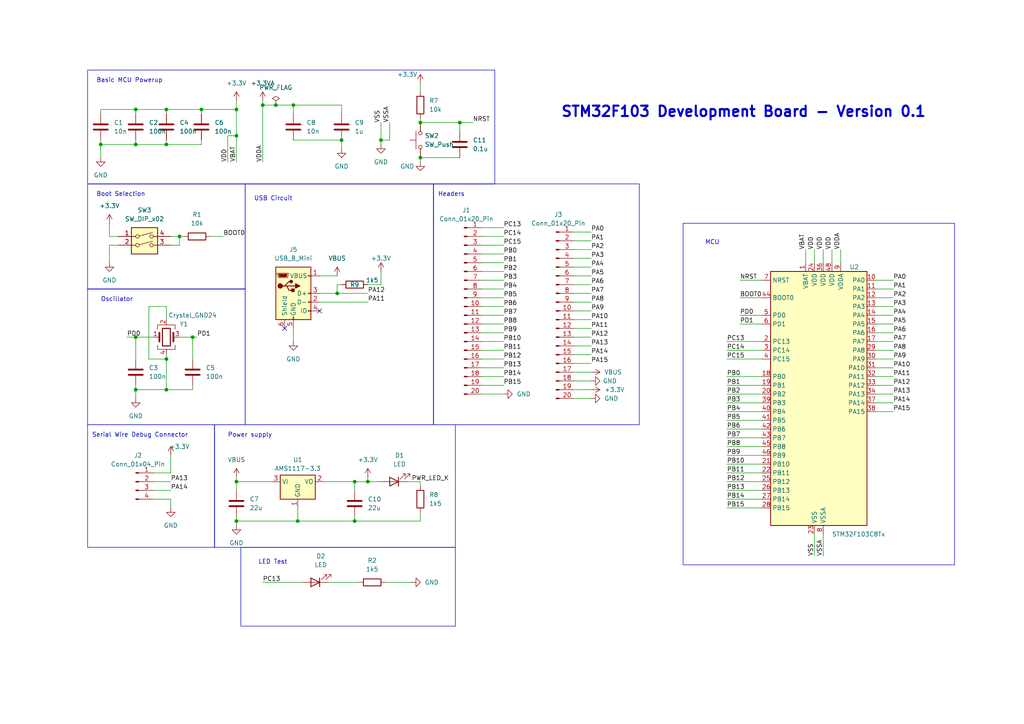
<source format=kicad_sch>
(kicad_sch (version 20230121) (generator eeschema)
  (paper "A4")
  (title_block (title "STM32F103 Development Board") (date "2023-06-25") (rev "0.1") (company "Janith Sinhapura"))
  (lib_symbols
    (symbol "Connector:Conn_01x04_Pin" (pin_names (offset 1.016) hide)
      (property "Reference" "J" (at 0 5.08 0))
      (property "Value" "Conn_01x04_Pin" (at 0 -7.62 0))
      (symbol "Conn_01x04_Pin_1_1"
        (polyline (pts (xy 1.27 -5.08) (xy 0.8636 -5.08)) (stroke (width 0.1524)))
        (polyline (pts (xy 1.27 -2.54) (xy 0.8636 -2.54)) (stroke (width 0.1524)))
        (polyline (pts (xy 1.27 0) (xy 0.8636 0)) (stroke (width 0.1524)))
        (polyline (pts (xy 1.27 2.54) (xy 0.8636 2.54)) (stroke (width 0.1524)))
        (rectangle (start 0.8636 -4.953) (end 0 -5.207) (stroke (width 0.1524)) (fill (type outline)))
        (rectangle (start 0.8636 -2.413) (end 0 -2.667) (stroke (width 0.1524)) (fill (type outline)))
        (rectangle (start 0.8636 0.127) (end 0 -0.127) (stroke (width 0.1524)) (fill (type outline)))
        (rectangle (start 0.8636 2.667) (end 0 2.413) (stroke (width 0.1524)) (fill (type outline)))
        (pin passive line (at 5.08 2.54 180) (length 3.81) (name "Pin_1") (number "1"))
        (pin passive line (at 5.08 0 180) (length 3.81) (name "Pin_2") (number "2"))
        (pin passive line (at 5.08 -2.54 180) (length 3.81) (name "Pin_3") (number "3"))
        (pin passive line (at 5.08 -5.08 180) (length 3.81) (name "Pin_4") (number "4"))
      )
    )
    (symbol "Connector:Conn_01x20_Pin" (pin_names (offset 1.016) hide)
      (property "Reference" "J" (at 0 25.4 0))
      (property "Value" "Conn_01x20_Pin" (at 0 -27.94 0))
      (symbol "Conn_01x20_Pin_1_1"
        (polyline (pts (xy 1.27 -25.4) (xy 0.8636 -25.4)) (stroke (width 0.1524)))
        (polyline (pts (xy 1.27 -22.86) (xy 0.8636 -22.86)) (stroke (width 0.1524)))
        (polyline (pts (xy 1.27 -20.32) (xy 0.8636 -20.32)) (stroke (width 0.1524)))
        (polyline (pts (xy 1.27 -17.78) (xy 0.8636 -17.78)) (stroke (width 0.1524)))
        (polyline (pts (xy 1.27 -15.24) (xy 0.8636 -15.24)) (stroke (width 0.1524)))
        (polyline (pts (xy 1.27 -12.7) (xy 0.8636 -12.7)) (stroke (width 0.1524)))
        (polyline (pts (xy 1.27 -10.16) (xy 0.8636 -10.16)) (stroke (width 0.1524)))
        (polyline (pts (xy 1.27 -7.62) (xy 0.8636 -7.62)) (stroke (width 0.1524)))
        (polyline (pts (xy 1.27 -5.08) (xy 0.8636 -5.08)) (stroke (width 0.1524)))
        (polyline (pts (xy 1.27 -2.54) (xy 0.8636 -2.54)) (stroke (width 0.1524)))
        (polyline (pts (xy 1.27 0) (xy 0.8636 0)) (stroke (width 0.1524)))
        (polyline (pts (xy 1.27 2.54) (xy 0.8636 2.54)) (stroke (width 0.1524)))
        (polyline (pts (xy 1.27 5.08) (xy 0.8636 5.08)) (stroke (width 0.1524)))
        (polyline (pts (xy 1.27 7.62) (xy 0.8636 7.62)) (stroke (width 0.1524)))
        (polyline (pts (xy 1.27 10.16) (xy 0.8636 10.16)) (stroke (width 0.1524)))
        (polyline (pts (xy 1.27 12.7) (xy 0.8636 12.7)) (stroke (width 0.1524)))
        (polyline (pts (xy 1.27 15.24) (xy 0.8636 15.24)) (stroke (width 0.1524)))
        (polyline (pts (xy 1.27 17.78) (xy 0.8636 17.78)) (stroke (width 0.1524)))
        (polyline (pts (xy 1.27 20.32) (xy 0.8636 20.32)) (stroke (width 0.1524)))
        (polyline (pts (xy 1.27 22.86) (xy 0.8636 22.86)) (stroke (width 0.1524)))
        (rectangle (start 0.8636 -25.273) (end 0 -25.527) (stroke (width 0.1524)) (fill (type outline)))
        (rectangle (start 0.8636 -22.733) (end 0 -22.987) (stroke (width 0.1524)) (fill (type outline)))
        (rectangle (start 0.8636 -20.193) (end 0 -20.447) (stroke (width 0.1524)) (fill (type outline)))
        (rectangle (start 0.8636 -17.653) (end 0 -17.907) (stroke (width 0.1524)) (fill (type outline)))
        (rectangle (start 0.8636 -15.113) (end 0 -15.367) (stroke (width 0.1524)) (fill (type outline)))
        (rectangle (start 0.8636 -12.573) (end 0 -12.827) (stroke (width 0.1524)) (fill (type outline)))
        (rectangle (start 0.8636 -10.033) (end 0 -10.287) (stroke (width 0.1524)) (fill (type outline)))
        (rectangle (start 0.8636 -7.493) (end 0 -7.747) (stroke (width 0.1524)) (fill (type outline)))
        (rectangle (start 0.8636 -4.953) (end 0 -5.207) (stroke (width 0.1524)) (fill (type outline)))
        (rectangle (start 0.8636 -2.413) (end 0 -2.667) (stroke (width 0.1524)) (fill (type outline)))
        (rectangle (start 0.8636 0.127) (end 0 -0.127) (stroke (width 0.1524)) (fill (type outline)))
        (rectangle (start 0.8636 2.667) (end 0 2.413) (stroke (width 0.1524)) (fill (type outline)))
        (rectangle (start 0.8636 5.207) (end 0 4.953) (stroke (width 0.1524)) (fill (type outline)))
        (rectangle (start 0.8636 7.747) (end 0 7.493) (stroke (width 0.1524)) (fill (type outline)))
        (rectangle (start 0.8636 10.287) (end 0 10.033) (stroke (width 0.1524)) (fill (type outline)))
        (rectangle (start 0.8636 12.827) (end 0 12.573) (stroke (width 0.1524)) (fill (type outline)))
        (rectangle (start 0.8636 15.367) (end 0 15.113) (stroke (width 0.1524)) (fill (type outline)))
        (rectangle (start 0.8636 17.907) (end 0 17.653) (stroke (width 0.1524)) (fill (type outline)))
        (rectangle (start 0.8636 20.447) (end 0 20.193) (stroke (width 0.1524)) (fill (type outline)))
        (rectangle (start 0.8636 22.987) (end 0 22.733) (stroke (width 0.1524)) (fill (type outline)))
        (pin passive line (at 5.08 22.86 180) (length 3.81) (name "Pin_1") (number "1"))
        (pin passive line (at 5.08 0 180) (length 3.81) (name "Pin_10") (number "10"))
        (pin passive line (at 5.08 -2.54 180) (length 3.81) (name "Pin_11") (number "11"))
        (pin passive line (at 5.08 -5.08 180) (length 3.81) (name "Pin_12") (number "12"))
        (pin passive line (at 5.08 -7.62 180) (length 3.81) (name "Pin_13") (number "13"))
        (pin passive line (at 5.08 -10.16 180) (length 3.81) (name "Pin_14") (number "14"))
        (pin passive line (at 5.08 -12.7 180) (length 3.81) (name "Pin_15") (number "15"))
        (pin passive line (at 5.08 -15.24 180) (length 3.81) (name "Pin_16") (number "16"))
        (pin passive line (at 5.08 -17.78 180) (length 3.81) (name "Pin_17") (number "17"))
        (pin passive line (at 5.08 -20.32 180) (length 3.81) (name "Pin_18") (number "18"))
        (pin passive line (at 5.08 -22.86 180) (length 3.81) (name "Pin_19") (number "19"))
        (pin passive line (at 5.08 20.32 180) (length 3.81) (name "Pin_2") (number "2"))
        (pin passive line (at 5.08 -25.4 180) (length 3.81) (name "Pin_20") (number "20"))
        (pin passive line (at 5.08 17.78 180) (length 3.81) (name "Pin_3") (number "3"))
        (pin passive line (at 5.08 15.24 180) (length 3.81) (name "Pin_4") (number "4"))
        (pin passive line (at 5.08 12.7 180) (length 3.81) (name "Pin_5") (number "5"))
        (pin passive line (at 5.08 10.16 180) (length 3.81) (name "Pin_6") (number "6"))
        (pin passive line (at 5.08 7.62 180) (length 3.81) (name "Pin_7") (number "7"))
        (pin passive line (at 5.08 5.08 180) (length 3.81) (name "Pin_8") (number "8"))
        (pin passive line (at 5.08 2.54 180) (length 3.81) (name "Pin_9") (number "9"))
      )
    )
    (symbol "Connector:USB_B_Mini" (pin_names (offset 1.016))
      (property "Reference" "J" (at -5.08 11.43 0))
      (property "Value" "USB_B_Mini" (at -5.08 8.89 0))
      (symbol "USB_B_Mini_0_1"
        (rectangle (start -5.08 -7.62) (end 5.08 7.62) (stroke (width 0.254)) (fill (type background)))
        (circle (center -3.81 2.159) (radius 0.635) (stroke (width 0.254)) (fill (type outline)))
        (circle (center -0.635 3.429) (radius 0.381) (stroke (width 0.254)) (fill (type outline)))
        (rectangle (start -0.127 -7.62) (end 0.127 -6.858))
        (polyline (pts (xy -1.905 2.159) (xy 0.635 2.159)) (stroke (width 0.254)))
        (polyline (pts (xy -3.175 2.159) (xy -2.54 2.159) (xy -1.27 3.429) (xy -0.635 3.429)) (stroke (width 0.254)))
        (polyline (pts (xy -2.54 2.159) (xy -1.905 2.159) (xy -1.27 0.889) (xy 0 0.889)) (stroke (width 0.254)))
        (polyline (pts (xy 0.635 2.794) (xy 0.635 1.524) (xy 1.905 2.159) (xy 0.635 2.794)) (stroke (width 0.254)) (fill (type outline)))
        (polyline (pts (xy -4.318 5.588) (xy -1.778 5.588) (xy -2.032 4.826) (xy -4.064 4.826) (xy -4.318 5.588)) (fill (type outline)))
        (polyline (pts (xy -4.699 5.842) (xy -4.699 5.588) (xy -4.445 4.826) (xy -4.445 4.572) (xy -1.651 4.572) (xy -1.651 4.826) (xy -1.397 5.588) (xy -1.397 5.842) (xy -4.699 5.842)))
        (rectangle (start 0.254 1.27) (end -0.508 0.508) (stroke (width 0.254)) (fill (type outline)))
        (rectangle (start 5.08 -5.207) (end 4.318 -4.953))
        (rectangle (start 5.08 -2.667) (end 4.318 -2.413))
        (rectangle (start 5.08 -0.127) (end 4.318 0.127))
        (rectangle (start 5.08 4.953) (end 4.318 5.207))
      )
      (symbol "USB_B_Mini_1_1"
        (pin power_out line (at 7.62 5.08 180) (length 2.54) (name "VBUS") (number "1"))
        (pin bidirectional line (at 7.62 -2.54 180) (length 2.54) (name "D-") (number "2"))
        (pin bidirectional line (at 7.62 0 180) (length 2.54) (name "D+") (number "3"))
        (pin passive line (at 7.62 -5.08 180) (length 2.54) (name "ID") (number "4"))
        (pin power_out line (at 0 -10.16 90) (length 2.54) (name "GND") (number "5"))
        (pin passive line (at -2.54 -10.16 90) (length 2.54) (name "Shield") (number "6"))
      )
    )
    (symbol "Device:C" (pin_numbers hide) (pin_names (offset 0.254))
      (property "Reference" "C" (at 0.635 2.54 0))
      (property "Value" "C" (at 0.635 -2.54 0))
      (symbol "C_0_1"
        (polyline (pts (xy -2.032 -0.762) (xy 2.032 -0.762)) (stroke (width 0.508)))
        (polyline (pts (xy -2.032 0.762) (xy 2.032 0.762)) (stroke (width 0.508)))
      )
      (symbol "C_1_1"
        (pin passive line (at 0 3.81 270) (length 2.794) (name "~") (number "1"))
        (pin passive line (at 0 -3.81 90) (length 2.794) (name "~") (number "2"))
      )
    )
    (symbol "Device:Crystal_GND24" (pin_names (offset 1.016) hide)
      (property "Reference" "Y" (at 3.175 5.08 0))
      (property "Value" "Crystal_GND24" (at 3.175 3.175 0))
      (symbol "Crystal_GND24_0_1"
        (rectangle (start -1.143 2.54) (end 1.143 -2.54) (stroke (width 0.3048)))
        (polyline (pts (xy -2.54 0) (xy -2.032 0)))
        (polyline (pts (xy -2.032 -1.27) (xy -2.032 1.27)) (stroke (width 0.508)))
        (polyline (pts (xy 0 -3.81) (xy 0 -3.556)))
        (polyline (pts (xy 0 3.556) (xy 0 3.81)))
        (polyline (pts (xy 2.032 -1.27) (xy 2.032 1.27)) (stroke (width 0.508)))
        (polyline (pts (xy 2.032 0) (xy 2.54 0)))
        (polyline (pts (xy -2.54 -2.286) (xy -2.54 -3.556) (xy 2.54 -3.556) (xy 2.54 -2.286)))
        (polyline (pts (xy -2.54 2.286) (xy -2.54 3.556) (xy 2.54 3.556) (xy 2.54 2.286)))
      )
      (symbol "Crystal_GND24_1_1"
        (pin passive line (at -3.81 0 0) (length 1.27) (name "1") (number "1"))
        (pin passive line (at 0 5.08 270) (length 1.27) (name "2") (number "2"))
        (pin passive line (at 3.81 0 180) (length 1.27) (name "3") (number "3"))
        (pin passive line (at 0 -5.08 90) (length 1.27) (name "4") (number "4"))
      )
    )
    (symbol "Device:LED" (pin_numbers hide) (pin_names (offset 1.016) hide)
      (property "Reference" "D" (at 0 2.54 0))
      (property "Value" "LED" (at 0 -2.54 0))
      (symbol "LED_0_1"
        (polyline (pts (xy -1.27 -1.27) (xy -1.27 1.27)) (stroke (width 0.254)))
        (polyline (pts (xy -1.27 0) (xy 1.27 0)))
        (polyline (pts (xy 1.27 -1.27) (xy 1.27 1.27) (xy -1.27 0) (xy 1.27 -1.27)) (stroke (width 0.254)))
        (polyline (pts (xy -3.048 -0.762) (xy -4.572 -2.286) (xy -3.81 -2.286) (xy -4.572 -2.286) (xy -4.572 -1.524)))
        (polyline (pts (xy -1.778 -0.762) (xy -3.302 -2.286) (xy -2.54 -2.286) (xy -3.302 -2.286) (xy -3.302 -1.524)))
      )
      (symbol "LED_1_1"
        (pin passive line (at -3.81 0 0) (length 2.54) (name "K") (number "1"))
        (pin passive line (at 3.81 0 180) (length 2.54) (name "A") (number "2"))
      )
    )
    (symbol "Device:R" (pin_numbers hide) (pin_names (offset 0))
      (property "Reference" "R" (at 2.032 0 90))
      (property "Value" "R" (at 0 0 90))
      (symbol "R_0_1"
        (rectangle (start -1.016 -2.54) (end 1.016 2.54) (stroke (width 0.254)))
      )
      (symbol "R_1_1"
        (pin passive line (at 0 3.81 270) (length 1.27) (name "~") (number "1"))
        (pin passive line (at 0 -3.81 90) (length 1.27) (name "~") (number "2"))
      )
    )
    (symbol "MCU_ST_STM32F1:STM32F103C8Tx"
      (property "Reference" "U" (at -12.7 39.37 0))
      (property "Value" "STM32F103C8Tx" (at 10.16 39.37 0))
      (symbol "STM32F103C8Tx_0_1"
        (rectangle (start -12.7 -35.56) (end 15.24 38.1) (stroke (width 0.254)) (fill (type background)))
      )
      (symbol "STM32F103C8Tx_1_1"
        (pin power_in line (at -2.54 40.64 270) (length 2.54) (name "VBAT") (number "1"))
        (pin bidirectional line (at 17.78 35.56 180) (length 2.54) (name "PA0") (number "10"))
        (pin bidirectional line (at 17.78 33.02 180) (length 2.54) (name "PA1") (number "11"))
        (pin bidirectional line (at 17.78 30.48 180) (length 2.54) (name "PA2") (number "12"))
        (pin bidirectional line (at 17.78 27.94 180) (length 2.54) (name "PA3") (number "13"))
        (pin bidirectional line (at 17.78 25.4 180) (length 2.54) (name "PA4") (number "14"))
        (pin bidirectional line (at 17.78 22.86 180) (length 2.54) (name "PA5") (number "15"))
        (pin bidirectional line (at 17.78 20.32 180) (length 2.54) (name "PA6") (number "16"))
        (pin bidirectional line (at 17.78 17.78 180) (length 2.54) (name "PA7") (number "17"))
        (pin bidirectional line (at -15.24 7.62 0) (length 2.54) (name "PB0") (number "18"))
        (pin bidirectional line (at -15.24 5.08 0) (length 2.54) (name "PB1") (number "19"))
        (pin bidirectional line (at -15.24 17.78 0) (length 2.54) (name "PC13") (number "2"))
        (pin bidirectional line (at -15.24 2.54 0) (length 2.54) (name "PB2") (number "20"))
        (pin bidirectional line (at -15.24 -17.78 0) (length 2.54) (name "PB10") (number "21"))
        (pin bidirectional line (at -15.24 -20.32 0) (length 2.54) (name "PB11") (number "22"))
        (pin power_in line (at 0 -38.1 90) (length 2.54) (name "VSS") (number "23"))
        (pin power_in line (at 0 40.64 270) (length 2.54) (name "VDD") (number "24"))
        (pin bidirectional line (at -15.24 -22.86 0) (length 2.54) (name "PB12") (number "25"))
        (pin bidirectional line (at -15.24 -25.4 0) (length 2.54) (name "PB13") (number "26"))
        (pin bidirectional line (at -15.24 -27.94 0) (length 2.54) (name "PB14") (number "27"))
        (pin bidirectional line (at -15.24 -30.48 0) (length 2.54) (name "PB15") (number "28"))
        (pin bidirectional line (at 17.78 15.24 180) (length 2.54) (name "PA8") (number "29"))
        (pin bidirectional line (at -15.24 15.24 0) (length 2.54) (name "PC14") (number "3"))
        (pin bidirectional line (at 17.78 12.7 180) (length 2.54) (name "PA9") (number "30"))
        (pin bidirectional line (at 17.78 10.16 180) (length 2.54) (name "PA10") (number "31"))
        (pin bidirectional line (at 17.78 7.62 180) (length 2.54) (name "PA11") (number "32"))
        (pin bidirectional line (at 17.78 5.08 180) (length 2.54) (name "PA12") (number "33"))
        (pin bidirectional line (at 17.78 2.54 180) (length 2.54) (name "PA13") (number "34"))
        (pin passive line (at 0 -38.1 90) (length 2.54) hide (name "VSS") (number "35"))
        (pin power_in line (at 2.54 40.64 270) (length 2.54) (name "VDD") (number "36"))
        (pin bidirectional line (at 17.78 0 180) (length 2.54) (name "PA14") (number "37"))
        (pin bidirectional line (at 17.78 -2.54 180) (length 2.54) (name "PA15") (number "38"))
        (pin bidirectional line (at -15.24 0 0) (length 2.54) (name "PB3") (number "39"))
        (pin bidirectional line (at -15.24 12.7 0) (length 2.54) (name "PC15") (number "4"))
        (pin bidirectional line (at -15.24 -2.54 0) (length 2.54) (name "PB4") (number "40"))
        (pin bidirectional line (at -15.24 -5.08 0) (length 2.54) (name "PB5") (number "41"))
        (pin bidirectional line (at -15.24 -7.62 0) (length 2.54) (name "PB6") (number "42"))
        (pin bidirectional line (at -15.24 -10.16 0) (length 2.54) (name "PB7") (number "43"))
        (pin input line (at -15.24 30.48 0) (length 2.54) (name "BOOT0") (number "44"))
        (pin bidirectional line (at -15.24 -12.7 0) (length 2.54) (name "PB8") (number "45"))
        (pin bidirectional line (at -15.24 -15.24 0) (length 2.54) (name "PB9") (number "46"))
        (pin passive line (at 0 -38.1 90) (length 2.54) hide (name "VSS") (number "47"))
        (pin power_in line (at 5.08 40.64 270) (length 2.54) (name "VDD") (number "48"))
        (pin bidirectional line (at -15.24 25.4 0) (length 2.54) (name "PD0") (number "5"))
        (pin bidirectional line (at -15.24 22.86 0) (length 2.54) (name "PD1") (number "6"))
        (pin input line (at -15.24 35.56 0) (length 2.54) (name "NRST") (number "7"))
        (pin power_in line (at 2.54 -38.1 90) (length 2.54) (name "VSSA") (number "8"))
        (pin power_in line (at 7.62 40.64 270) (length 2.54) (name "VDDA") (number "9"))
      )
    )
    (symbol "Regulator_Linear:AMS1117-3.3"
      (property "Reference" "U" (at -3.81 3.175 0))
      (property "Value" "AMS1117-3.3" (at 0 3.175 0))
      (symbol "AMS1117-3.3_0_1"
        (rectangle (start -5.08 -5.08) (end 5.08 1.905) (stroke (width 0.254)) (fill (type background)))
      )
      (symbol "AMS1117-3.3_1_1"
        (pin power_in line (at 0 -7.62 90) (length 2.54) (name "GND") (number "1"))
        (pin power_out line (at 7.62 0 180) (length 2.54) (name "VO") (number "2"))
        (pin power_in line (at -7.62 0 0) (length 2.54) (name "VI") (number "3"))
      )
    )
    (symbol "Switch:SW_DIP_x02" (pin_names (offset 0) hide)
      (property "Reference" "SW" (at 0 6.35 0))
      (property "Value" "SW_DIP_x02" (at 0 -3.81 0))
      (symbol "SW_DIP_x02_0_0"
        (circle (center -2.032 0) (radius 0.508))
        (circle (center -2.032 2.54) (radius 0.508))
        (polyline (pts (xy -1.524 0.127) (xy 2.3622 1.1684)))
        (polyline (pts (xy -1.524 2.667) (xy 2.3622 3.7084)))
        (circle (center 2.032 0) (radius 0.508))
        (circle (center 2.032 2.54) (radius 0.508))
      )
      (symbol "SW_DIP_x02_0_1"
        (rectangle (start -3.81 5.08) (end 3.81 -2.54) (stroke (width 0.254)) (fill (type background)))
      )
      (symbol "SW_DIP_x02_1_1"
        (pin passive line (at -7.62 2.54 0) (length 5.08) (name "~") (number "1"))
        (pin passive line (at -7.62 0 0) (length 5.08) (name "~") (number "2"))
        (pin passive line (at 7.62 0 180) (length 5.08) (name "~") (number "3"))
        (pin passive line (at 7.62 2.54 180) (length 5.08) (name "~") (number "4"))
      )
    )
    (symbol "Switch:SW_Push" (pin_numbers hide) (pin_names (offset 1.016) hide)
      (property "Reference" "SW" (at 1.27 2.54 0))
      (property "Value" "SW_Push" (at 0 -1.524 0))
      (symbol "SW_Push_0_1"
        (circle (center -2.032 0) (radius 0.508))
        (polyline (pts (xy 0 1.27) (xy 0 3.048)))
        (polyline (pts (xy 2.54 1.27) (xy -2.54 1.27)))
        (circle (center 2.032 0) (radius 0.508))
        (pin passive line (at -5.08 0 0) (length 2.54) (name "1") (number "1"))
        (pin passive line (at 5.08 0 180) (length 2.54) (name "2") (number "2"))
      )
    )
    (symbol "power:+3.3V" (power) (pin_names (offset 0))
      (property "Value" "+3.3V" (at 0 3.556 0))
      (symbol "+3.3V_0_1"
        (polyline (pts (xy -0.762 1.27) (xy 0 2.54)))
        (polyline (pts (xy 0 0) (xy 0 2.54)))
        (polyline (pts (xy 0 2.54) (xy 0.762 1.27)))
      )
      (symbol "+3.3V_1_1"
        (pin power_in line (at 0 0 90) (length 0) hide (name "+3.3V") (number "1"))
      )
    )
    (symbol "power:+3.3VA" (power) (pin_names (offset 0))
      (property "Value" "+3.3VA" (at 0 3.556 0))
      (symbol "+3.3VA_0_1"
        (polyline (pts (xy -0.762 1.27) (xy 0 2.54)))
        (polyline (pts (xy 0 0) (xy 0 2.54)))
        (polyline (pts (xy 0 2.54) (xy 0.762 1.27)))
      )
      (symbol "+3.3VA_1_1"
        (pin power_in line (at 0 0 90) (length 0) hide (name "+3.3VA") (number "1"))
      )
    )
    (symbol "power:GND" (power) (pin_names (offset 0))
      (property "Value" "GND" (at 0 -3.81 0))
      (symbol "GND_0_1"
        (polyline (pts (xy 0 0) (xy 0 -1.27) (xy 1.27 -1.27) (xy 0 -2.54) (xy -1.27 -1.27) (xy 0 -1.27)))
      )
      (symbol "GND_1_1"
        (pin power_in line (at 0 0 270) (length 0) hide (name "GND") (number "1"))
      )
    )
    (symbol "power:PWR_FLAG" (power) (pin_numbers hide) (pin_names (offset 0) hide)
      (property "Value" "PWR_FLAG" (at 0 3.81 0))
      (symbol "PWR_FLAG_0_0"
        (pin power_out line (at 0 0 90) (length 0) (name "pwr") (number "1"))
      )
      (symbol "PWR_FLAG_0_1"
        (polyline (pts (xy 0 0) (xy 0 1.27) (xy -1.016 1.905) (xy 0 2.54) (xy 1.016 1.905) (xy 0 1.27)))
      )
    )
    (symbol "power:VBUS" (power) (pin_names (offset 0))
      (property "Value" "VBUS" (at 0 3.81 0))
      (symbol "VBUS_0_1"
        (polyline (pts (xy -0.762 1.27) (xy 0 2.54)))
        (polyline (pts (xy 0 0) (xy 0 2.54)))
        (polyline (pts (xy 0 2.54) (xy 0.762 1.27)))
      )
      (symbol "VBUS_1_1"
        (pin power_in line (at 0 0 90) (length 0) hide (name "VBUS") (number "1"))
      )
    )
  )
  (junction (at 121.92 35.56))
  (junction (at 29.21 41.91))
  (junction (at 102.87 151.13))
  (junction (at 39.37 41.91))
  (junction (at 39.37 31.75))
  (junction (at 80.01 30.48))
  (junction (at 68.58 39.37))
  (junction (at 55.88 97.79))
  (junction (at 133.35 35.56))
  (junction (at 106.68 139.7))
  (junction (at 102.87 139.7))
  (junction (at 121.92 45.72))
  (junction (at 48.26 113.03))
  (junction (at 76.2 30.48))
  (junction (at 48.26 104.14))
  (junction (at 58.42 31.75))
  (junction (at 68.58 151.13))
  (junction (at 39.37 113.03))
  (junction (at 52.07 68.58))
  (junction (at 68.58 31.75))
  (junction (at 97.79 85.09))
  (junction (at 48.26 41.91))
  (junction (at 99.06 40.64))
  (junction (at 110.49 40.64))
  (junction (at 39.37 97.79))
  (junction (at 86.36 151.13))
  (junction (at 68.58 139.7))
  (junction (at 85.09 30.48))
  (junction (at 48.26 31.75))
  (no_connect (at 82.55 95.25))
  (no_connect (at 92.71 90.17))
  (wire (pts (xy 254 101.6) (xy 259.08 101.6)))
  (wire (pts (xy 48.26 113.03) (xy 39.37 113.03)))
  (wire (pts (xy 139.7 114.3) (xy 146.05 114.3)))
  (wire (pts (xy 43.18 104.14) (xy 48.26 104.14)))
  (wire (pts (xy 254 81.28) (xy 259.08 81.28)))
  (wire (pts (xy 52.07 71.12) (xy 52.07 68.58)))
  (wire (pts (xy 39.37 41.91) (xy 39.37 40.64)))
  (wire (pts (xy 139.7 111.76) (xy 146.05 111.76)))
  (wire (pts (xy 166.37 74.93) (xy 171.45 74.93)))
  (wire (pts (xy 52.07 68.58) (xy 53.34 68.58)))
  (wire (pts (xy 166.37 100.33) (xy 171.45 100.33)))
  (wire (pts (xy 121.92 24.13) (xy 121.92 26.67)))
  (wire (pts (xy 254 116.84) (xy 259.08 116.84)))
  (wire (pts (xy 139.7 83.82) (xy 146.05 83.82)))
  (wire (pts (xy 68.58 29.21) (xy 68.58 31.75)))
  (wire (pts (xy 55.88 97.79) (xy 57.15 97.79)))
  (wire (pts (xy 121.92 35.56) (xy 133.35 35.56)))
  (wire (pts (xy 68.58 151.13) (xy 68.58 152.4)))
  (wire (pts (xy 133.35 35.56) (xy 137.16 35.56)))
  (wire (pts (xy 166.37 72.39) (xy 171.45 72.39)))
  (wire (pts (xy 139.7 96.52) (xy 146.05 96.52)))
  (wire (pts (xy 139.7 81.28) (xy 146.05 81.28)))
  (wire (pts (xy 139.7 106.68) (xy 146.05 106.68)))
  (wire (pts (xy 254 96.52) (xy 259.08 96.52)))
  (wire (pts (xy 39.37 97.79) (xy 39.37 104.14)))
  (wire (pts (xy 68.58 31.75) (xy 68.58 39.37)))
  (wire (pts (xy 97.79 82.55) (xy 99.06 82.55)))
  (wire (pts (xy 166.37 97.79) (xy 171.45 97.79)))
  (wire (pts (xy 210.82 134.62) (xy 220.98 134.62)))
  (wire (pts (xy 233.68 72.39) (xy 233.68 76.2)))
  (wire (pts (xy 139.7 93.98) (xy 146.05 93.98)))
  (wire (pts (xy 34.29 68.58) (xy 31.75 68.58)))
  (wire (pts (xy 76.2 168.91) (xy 87.63 168.91)))
  (wire (pts (xy 55.88 113.03) (xy 48.26 113.03)))
  (wire (pts (xy 92.71 87.63) (xy 106.68 87.63)))
  (wire (pts (xy 210.82 101.6) (xy 220.98 101.6)))
  (wire (pts (xy 139.7 109.22) (xy 146.05 109.22)))
  (wire (pts (xy 210.82 109.22) (xy 220.98 109.22)))
  (wire (pts (xy 48.26 104.14) (xy 48.26 113.03)))
  (wire (pts (xy 139.7 66.04) (xy 146.05 66.04)))
  (wire (pts (xy 68.58 151.13) (xy 86.36 151.13)))
  (wire (pts (xy 166.37 77.47) (xy 171.45 77.47)))
  (wire (pts (xy 254 109.22) (xy 259.08 109.22)))
  (wire (pts (xy 48.26 41.91) (xy 39.37 41.91)))
  (wire (pts (xy 236.22 154.94) (xy 236.22 161.29)))
  (wire (pts (xy 139.7 78.74) (xy 146.05 78.74)))
  (wire (pts (xy 254 93.98) (xy 259.08 93.98)))
  (wire (pts (xy 68.58 138.43) (xy 68.58 139.7)))
  (wire (pts (xy 210.82 116.84) (xy 220.98 116.84)))
  (wire (pts (xy 49.53 132.08) (xy 49.53 137.16)))
  (wire (pts (xy 111.76 168.91) (xy 119.38 168.91)))
  (wire (pts (xy 139.7 76.2) (xy 146.05 76.2)))
  (wire (pts (xy 214.63 93.98) (xy 220.98 93.98)))
  (wire (pts (xy 210.82 142.24) (xy 220.98 142.24)))
  (wire (pts (xy 238.76 154.94) (xy 238.76 161.29)))
  (wire (pts (xy 55.88 111.76) (xy 55.88 113.03)))
  (wire (pts (xy 121.92 45.72) (xy 121.92 46.99)))
  (wire (pts (xy 110.49 78.74) (xy 110.49 82.55)))
  (wire (pts (xy 60.96 68.58) (xy 64.77 68.58)))
  (wire (pts (xy 139.7 91.44) (xy 146.05 91.44)))
  (wire (pts (xy 210.82 124.46) (xy 220.98 124.46)))
  (wire (pts (xy 238.76 72.39) (xy 238.76 76.2)))
  (wire (pts (xy 139.7 88.9) (xy 146.05 88.9)))
  (wire (pts (xy 210.82 104.14) (xy 220.98 104.14)))
  (wire (pts (xy 254 119.38) (xy 259.08 119.38)))
  (wire (pts (xy 110.49 35.56) (xy 110.49 40.64)))
  (wire (pts (xy 44.45 144.78) (xy 49.53 144.78)))
  (wire (pts (xy 29.21 41.91) (xy 39.37 41.91)))
  (wire (pts (xy 85.09 30.48) (xy 85.09 33.02)))
  (wire (pts (xy 68.58 139.7) (xy 78.74 139.7)))
  (wire (pts (xy 166.37 113.03) (xy 171.45 113.03)))
  (wire (pts (xy 48.26 33.02) (xy 48.26 31.75)))
  (wire (pts (xy 210.82 139.7) (xy 220.98 139.7)))
  (wire (pts (xy 254 106.68) (xy 259.08 106.68)))
  (wire (pts (xy 210.82 114.3) (xy 220.98 114.3)))
  (wire (pts (xy 44.45 137.16) (xy 49.53 137.16)))
  (wire (pts (xy 44.45 142.24) (xy 49.53 142.24)))
  (wire (pts (xy 29.21 41.91) (xy 29.21 45.72)))
  (wire (pts (xy 254 86.36) (xy 259.08 86.36)))
  (wire (pts (xy 139.7 104.14) (xy 146.05 104.14)))
  (wire (pts (xy 39.37 31.75) (xy 39.37 33.02)))
  (wire (pts (xy 133.35 35.56) (xy 133.35 38.1)))
  (wire (pts (xy 48.26 92.71) (xy 48.26 88.9)))
  (wire (pts (xy 48.26 40.64) (xy 48.26 41.91)))
  (wire (pts (xy 102.87 139.7) (xy 102.87 142.24)))
  (wire (pts (xy 166.37 67.31) (xy 171.45 67.31)))
  (wire (pts (xy 97.79 85.09) (xy 106.68 85.09)))
  (wire (pts (xy 210.82 147.32) (xy 220.98 147.32)))
  (wire (pts (xy 241.3 72.39) (xy 241.3 76.2)))
  (wire (pts (xy 68.58 149.86) (xy 68.58 151.13)))
  (wire (pts (xy 166.37 115.57) (xy 171.45 115.57)))
  (wire (pts (xy 139.7 68.58) (xy 146.05 68.58)))
  (wire (pts (xy 44.45 139.7) (xy 49.53 139.7)))
  (wire (pts (xy 29.21 31.75) (xy 39.37 31.75)))
  (wire (pts (xy 113.03 35.56) (xy 113.03 40.64)))
  (wire (pts (xy 139.7 99.06) (xy 146.05 99.06)))
  (wire (pts (xy 31.75 71.12) (xy 31.75 76.2)))
  (wire (pts (xy 214.63 86.36) (xy 220.98 86.36)))
  (wire (pts (xy 48.26 31.75) (xy 39.37 31.75)))
  (wire (pts (xy 39.37 111.76) (xy 39.37 113.03)))
  (wire (pts (xy 48.26 88.9) (xy 43.18 88.9)))
  (wire (pts (xy 68.58 39.37) (xy 68.58 46.99)))
  (wire (pts (xy 48.26 104.14) (xy 48.26 102.87)))
  (wire (pts (xy 97.79 85.09) (xy 97.79 82.55)))
  (wire (pts (xy 66.04 39.37) (xy 68.58 39.37)))
  (wire (pts (xy 121.92 148.59) (xy 121.92 151.13)))
  (wire (pts (xy 43.18 88.9) (xy 43.18 104.14)))
  (wire (pts (xy 85.09 95.25) (xy 85.09 99.06)))
  (wire (pts (xy 254 83.82) (xy 259.08 83.82)))
  (wire (pts (xy 121.92 140.97) (xy 121.92 139.7)))
  (wire (pts (xy 121.92 151.13) (xy 102.87 151.13)))
  (wire (pts (xy 121.92 34.29) (xy 121.92 35.56)))
  (wire (pts (xy 58.42 41.91) (xy 48.26 41.91)))
  (wire (pts (xy 95.25 168.91) (xy 104.14 168.91)))
  (wire (pts (xy 166.37 102.87) (xy 171.45 102.87)))
  (wire (pts (xy 58.42 40.64) (xy 58.42 41.91)))
  (wire (pts (xy 49.53 144.78) (xy 49.53 147.32)))
  (wire (pts (xy 210.82 129.54) (xy 220.98 129.54)))
  (wire (pts (xy 254 111.76) (xy 259.08 111.76)))
  (wire (pts (xy 102.87 149.86) (xy 102.87 151.13)))
  (wire (pts (xy 210.82 121.92) (xy 220.98 121.92)))
  (wire (pts (xy 166.37 69.85) (xy 171.45 69.85)))
  (wire (pts (xy 110.49 82.55) (xy 106.68 82.55)))
  (wire (pts (xy 55.88 97.79) (xy 55.88 104.14)))
  (wire (pts (xy 254 99.06) (xy 259.08 99.06)))
  (wire (pts (xy 166.37 105.41) (xy 171.45 105.41)))
  (wire (pts (xy 52.07 97.79) (xy 55.88 97.79)))
  (wire (pts (xy 92.71 85.09) (xy 97.79 85.09)))
  (wire (pts (xy 139.7 86.36) (xy 146.05 86.36)))
  (wire (pts (xy 210.82 137.16) (xy 220.98 137.16)))
  (wire (pts (xy 99.06 40.64) (xy 99.06 43.18)))
  (wire (pts (xy 210.82 144.78) (xy 220.98 144.78)))
  (wire (pts (xy 39.37 113.03) (xy 39.37 115.57)))
  (wire (pts (xy 254 91.44) (xy 259.08 91.44)))
  (wire (pts (xy 102.87 139.7) (xy 106.68 139.7)))
  (wire (pts (xy 92.71 80.01) (xy 97.79 80.01)))
  (wire (pts (xy 113.03 40.64) (xy 110.49 40.64)))
  (wire (pts (xy 214.63 91.44) (xy 220.98 91.44)))
  (wire (pts (xy 254 114.3) (xy 259.08 114.3)))
  (wire (pts (xy 106.68 139.7) (xy 106.68 138.43)))
  (wire (pts (xy 86.36 147.32) (xy 86.36 151.13)))
  (wire (pts (xy 48.26 31.75) (xy 58.42 31.75)))
  (wire (pts (xy 76.2 29.21) (xy 76.2 30.48)))
  (wire (pts (xy 210.82 111.76) (xy 220.98 111.76)))
  (wire (pts (xy 29.21 33.02) (xy 29.21 31.75)))
  (wire (pts (xy 121.92 45.72) (xy 133.35 45.72)))
  (wire (pts (xy 166.37 80.01) (xy 171.45 80.01)))
  (wire (pts (xy 58.42 31.75) (xy 68.58 31.75)))
  (wire (pts (xy 166.37 87.63) (xy 171.45 87.63)))
  (wire (pts (xy 58.42 33.02) (xy 58.42 31.75)))
  (wire (pts (xy 99.06 30.48) (xy 85.09 30.48)))
  (wire (pts (xy 166.37 110.49) (xy 171.45 110.49)))
  (wire (pts (xy 80.01 30.48) (xy 85.09 30.48)))
  (wire (pts (xy 210.82 99.06) (xy 220.98 99.06)))
  (wire (pts (xy 29.21 40.64) (xy 29.21 41.91)))
  (wire (pts (xy 93.98 139.7) (xy 102.87 139.7)))
  (wire (pts (xy 166.37 92.71) (xy 171.45 92.71)))
  (wire (pts (xy 121.92 139.7) (xy 118.11 139.7)))
  (wire (pts (xy 31.75 68.58) (xy 31.75 64.77)))
  (wire (pts (xy 99.06 33.02) (xy 99.06 30.48)))
  (wire (pts (xy 49.53 68.58) (xy 52.07 68.58)))
  (wire (pts (xy 85.09 40.64) (xy 99.06 40.64)))
  (wire (pts (xy 166.37 82.55) (xy 171.45 82.55)))
  (wire (pts (xy 139.7 71.12) (xy 146.05 71.12)))
  (wire (pts (xy 139.7 101.6) (xy 146.05 101.6)))
  (wire (pts (xy 210.82 127) (xy 220.98 127)))
  (wire (pts (xy 110.49 40.64) (xy 110.49 41.91)))
  (wire (pts (xy 236.22 72.39) (xy 236.22 76.2)))
  (wire (pts (xy 36.83 97.79) (xy 39.37 97.79)))
  (wire (pts (xy 210.82 132.08) (xy 220.98 132.08)))
  (wire (pts (xy 166.37 85.09) (xy 171.45 85.09)))
  (wire (pts (xy 86.36 151.13) (xy 102.87 151.13)))
  (wire (pts (xy 39.37 97.79) (xy 44.45 97.79)))
  (wire (pts (xy 214.63 81.28) (xy 220.98 81.28)))
  (wire (pts (xy 49.53 71.12) (xy 52.07 71.12)))
  (wire (pts (xy 68.58 139.7) (xy 68.58 142.24)))
  (wire (pts (xy 106.68 139.7) (xy 110.49 139.7)))
  (wire (pts (xy 243.84 72.39) (xy 243.84 76.2)))
  (wire (pts (xy 166.37 90.17) (xy 171.45 90.17)))
  (wire (pts (xy 76.2 30.48) (xy 80.01 30.48)))
  (wire (pts (xy 139.7 73.66) (xy 146.05 73.66)))
  (wire (pts (xy 34.29 71.12) (xy 31.75 71.12)))
  (wire (pts (xy 166.37 107.95) (xy 171.45 107.95)))
  (wire (pts (xy 66.04 46.99) (xy 66.04 39.37)))
  (wire (pts (xy 210.82 119.38) (xy 220.98 119.38)))
  (wire (pts (xy 254 104.14) (xy 259.08 104.14)))
  (wire (pts (xy 254 88.9) (xy 259.08 88.9)))
  (wire (pts (xy 166.37 95.25) (xy 171.45 95.25)))
  (wire (pts (xy 76.2 30.48) (xy 76.2 46.99)))
  (rectangle (start 25.4 83.82) (end 71.12 123.19))
  (rectangle (start 69.85 158.75) (end 132.08 181.61))
  (rectangle (start 25.4 53.34) (end 71.12 83.82))
  (rectangle (start 25.4 20.32) (end 143.51 53.34))
  (rectangle (start 198.12 64.77) (end 276.86 163.83))
  (rectangle (start 125.73 53.34) (end 185.42 123.19))
  (rectangle (start 25.4 123.19) (end 62.23 158.75))
  (rectangle (start 62.23 123.19) (end 132.08 158.75))
  (rectangle (start 71.12 53.34) (end 125.73 123.19))
  (text "USB Circuit\n" (at 73.66 58.42 0) (effects (font (size 1.27 1.27)) (justify left bottom)))
  (text "Basic MCU Powerup\n" (at 27.94 24.13 0) (effects (font (size 1.27 1.27)) (justify left bottom)))
  (text "Oscillator\n" (at 29.21 87.63 0) (effects (font (size 1.27 1.27)) (justify left bottom)))
  (text "LED Test\n" (at 74.93 163.83 0) (effects (font (size 1.27 1.27)) (justify left bottom)))
  (text "MCU" (at 204.47 71.12 0) (effects (font (size 1.27 1.27)) (justify left bottom)))
  (text "Headers" (at 127 57.15 0) (effects (font (size 1.27 1.27)) (justify left bottom)))
  (text "STM32F103 Development Board - Version 0.1" (at 162.56 34.29 0) (effects (font (size 3 3) (thickness 0.6) bold) (justify left bottom)))
  (text "Serial Wire Debug Connector\n" (at 26.67 127 0) (effects (font (size 1.27 1.27)) (justify left bottom)))
  (text "Boot Selection " (at 27.94 57.15 0) (effects (font (size 1.27 1.27)) (justify left bottom)))
  (text "Power supply\n" (at 66.04 127 0) (effects (font (size 1.27 1.27)) (justify left bottom)))
  (label "PB12" (at 210.82 139.7 0))
  (label "BOOT0" (at 64.77 68.58 0))
  (label "PC13" (at 210.82 99.06 0))
  (label "PB4" (at 146.05 83.82 0))
  (label "PC14" (at 210.82 101.6 0))
  (label "PA10" (at 171.45 92.71 0))
  (label "PB2" (at 210.82 114.3 0))
  (label "PA12" (at 259.08 111.76 0))
  (label "PB8" (at 146.05 93.98 0))
  (label "PD0" (at 214.63 91.44 0))
  (label "PB8" (at 210.82 129.54 0))
  (label "PB3" (at 210.82 116.84 0))
  (label "PA9" (at 171.45 90.17 0))
  (label "VDD" (at 241.3 72.39 90))
  (label "PC15" (at 210.82 104.14 0))
  (label "PB6" (at 146.05 88.9 0))
  (label "PB12" (at 146.05 104.14 0))
  (label "VSS" (at 236.22 161.29 90))
  (label "PB2" (at 146.05 78.74 0))
  (label "PB11" (at 210.82 137.16 0))
  (label "VSSA" (at 113.03 35.56 90))
  (label "PB0" (at 210.82 109.22 0))
  (label "PB15" (at 146.05 111.76 0))
  (label "PB5" (at 210.82 121.92 0))
  (label "PB6" (at 210.82 124.46 0))
  (label "PB14" (at 146.05 109.22 0))
  (label "BOOT0" (at 214.63 86.36 0))
  (label "PB0" (at 146.05 73.66 0))
  (label "PA11" (at 106.68 87.63 0))
  (label "PA6" (at 171.45 82.55 0))
  (label "PB10" (at 210.82 134.62 0))
  (label "PA9" (at 259.08 104.14 0))
  (label "PA8" (at 171.45 87.63 0))
  (label "PB3" (at 146.05 81.28 0))
  (label "PB9" (at 146.05 96.52 0))
  (label "PA5" (at 259.08 93.98 0))
  (label "PA0" (at 171.45 67.31 0))
  (label "PA14" (at 171.45 102.87 0))
  (label "NRST" (at 214.63 81.28 0))
  (label "PA6" (at 259.08 96.52 0))
  (label "PB7" (at 146.05 91.44 0))
  (label "PB15" (at 210.82 147.32 0))
  (label "VDD" (at 66.04 46.99 90))
  (label "PA0" (at 259.08 81.28 0))
  (label "PA3" (at 171.45 74.93 0))
  (label "PB1" (at 210.82 111.76 0))
  (label "PA11" (at 171.45 95.25 0))
  (label "VBAT" (at 68.58 46.99 90))
  (label "PA12" (at 106.68 85.09 0))
  (label "PB1" (at 146.05 76.2 0))
  (label "PA1" (at 259.08 83.82 0))
  (label "VBAT" (at 233.68 72.39 90))
  (label "PC15" (at 146.05 71.12 0))
  (label "NRST" (at 137.16 35.56 0))
  (label "PA13" (at 171.45 100.33 0))
  (label "PWR_LED_K" (at 119.38 139.7 0))
  (label "PA4" (at 171.45 77.47 0))
  (label "PA15" (at 259.08 119.38 0))
  (label "PA2" (at 259.08 86.36 0))
  (label "PC13" (at 146.05 66.04 0))
  (label "PA7" (at 171.45 85.09 0))
  (label "PA8" (at 259.08 101.6 0))
  (label "PB11" (at 146.05 101.6 0))
  (label "PB9" (at 210.82 132.08 0))
  (label "PA1" (at 171.45 69.85 0))
  (label "PD0" (at 36.83 97.79 0))
  (label "PA3" (at 259.08 88.9 0))
  (label "PB13" (at 210.82 142.24 0))
  (label "PA2" (at 171.45 72.39 0))
  (label "VDDA" (at 243.84 72.39 90))
  (label "PA12" (at 171.45 97.79 0))
  (label "VDD" (at 236.22 72.39 90))
  (label "VDDA" (at 76.2 46.99 90))
  (label "VSSA" (at 238.76 161.29 90))
  (label "PB4" (at 210.82 119.38 0))
  (label "PB10" (at 146.05 99.06 0))
  (label "PA5" (at 171.45 80.01 0))
  (label "PB13" (at 146.05 106.68 0))
  (label "PA13" (at 49.53 139.7 0))
  (label "PA14" (at 259.08 116.84 0))
  (label "PB5" (at 146.05 86.36 0))
  (label "PB7" (at 210.82 127 0))
  (label "VDD" (at 238.76 72.39 90))
  (label "VSS" (at 110.49 35.56 90))
  (label "PA15" (at 171.45 105.41 0))
  (label "PA13" (at 259.08 114.3 0))
  (label "PA10" (at 259.08 106.68 0))
  (label "PD1" (at 57.15 97.79 0))
  (label "PA4" (at 259.08 91.44 0))
  (label "PB14" (at 210.82 144.78 0))
  (label "PA11" (at 259.08 109.22 0))
  (label "PC14" (at 146.05 68.58 0))
  (label "PD1" (at 214.63 93.98 0))
  (label "PA7" (at 259.08 99.06 0))
  (label "PA14" (at 49.53 142.24 0))
  (label "PC13" (at 76.2 168.91 0))
  (symbol (lib_id "power:+3.3V") (at 121.92 24.13 0) (unit 1)
    (property "Reference" "#PWR024" (effects hide))
    (property "Value" "+3.3V" (at 118.11 21.59 0))
  )
  (symbol (lib_id "Device:C") (at 99.06 36.83 0) (unit 1)
    (property "Reference" "C9" (at 102.87 35.56 0) (effects (justify left)))
    (property "Value" "1u" (at 102.87 38.1 0) (effects (justify left)))
    (property "Footprint" "Capacitor_SMD:C_0805_2012Metric_Pad1.18x1.45mm_HandSolder" (effects hide))
  )
  (symbol (lib_id "power:GND") (at 110.49 41.91 0) (unit 1)
    (property "Reference" "#PWR021" (effects hide))
    (property "Value" "GND" (at 110.49 46.99 0))
  )
  (symbol (lib_id "Device:LED") (at 114.3 139.7 180) (unit 1)
    (property "Reference" "D1" (at 115.8875 132.08 0))
    (property "Value" "LED" (at 115.8875 134.62 0))
    (property "Footprint" "LED_SMD:LED_0805_2012Metric_Pad1.15x1.40mm_HandSolder" (effects hide))
  )
  (symbol (lib_id "power:+3.3V") (at 31.75 64.77 0) (unit 1)
    (property "Reference" "#PWR02" (effects hide))
    (property "Value" "+3.3V" (at 31.75 59.69 0))
  )
  (symbol (lib_id "power:VBUS") (at 171.45 107.95 270) (unit 1)
    (property "Reference" "#PWR013" (effects hide))
    (property "Value" "VBUS" (at 175.26 107.95 90) (effects (justify left)))
  )
  (symbol (lib_id "power:+3.3V") (at 110.49 78.74 0) (unit 1)
    (property "Reference" "#PWR028" (effects hide))
    (property "Value" "+3.3V" (at 110.49 74.93 0))
  )
  (symbol (lib_id "Device:C") (at 48.26 36.83 0) (unit 1)
    (property "Reference" "C4" (at 52.07 35.56 0) (effects (justify left)))
    (property "Value" "100n" (at 52.07 38.1 0) (effects (justify left)))
    (property "Footprint" "Capacitor_SMD:C_0805_2012Metric_Pad1.18x1.45mm_HandSolder" (effects hide))
  )
  (symbol (lib_id "power:GND") (at 68.58 152.4 0) (unit 1)
    (property "Reference" "#PWR011" (effects hide))
    (property "Value" "GND" (at 68.58 157.48 0))
  )
  (symbol (lib_id "power:GND") (at 99.06 43.18 0) (unit 1)
    (property "Reference" "#PWR017" (effects hide))
    (property "Value" "GND" (at 99.06 48.26 0))
  )
  (symbol (lib_id "Device:C") (at 39.37 107.95 0) (unit 1)
    (property "Reference" "C3" (at 43.18 106.68 0) (effects (justify left)))
    (property "Value" "100n" (at 43.18 109.22 0) (effects (justify left)))
    (property "Footprint" "Capacitor_SMD:C_0805_2012Metric_Pad1.18x1.45mm_HandSolder" (effects hide))
  )
  (symbol (lib_id "power:GND") (at 85.09 99.06 0) (unit 1)
    (property "Reference" "#PWR027" (effects hide))
    (property "Value" "GND" (at 85.09 104.14 0))
  )
  (symbol (lib_id "Device:C") (at 58.42 36.83 0) (unit 1)
    (property "Reference" "C6" (at 62.23 35.56 0) (effects (justify left)))
    (property "Value" "100n" (at 62.23 38.1 0) (effects (justify left)))
    (property "Footprint" "Capacitor_SMD:C_0805_2012Metric_Pad1.18x1.45mm_HandSolder" (effects hide))
  )
  (symbol (lib_id "power:GND") (at 119.38 168.91 90) (unit 1)
    (property "Reference" "#PWR016" (effects hide))
    (property "Value" "GND" (at 123.19 168.91 90) (effects (justify right)))
  )
  (symbol (lib_id "Device:C") (at 55.88 107.95 0) (unit 1)
    (property "Reference" "C5" (at 59.69 106.68 0) (effects (justify left)))
    (property "Value" "100n" (at 59.69 109.22 0) (effects (justify left)))
    (property "Footprint" "Capacitor_SMD:C_0805_2012Metric_Pad1.18x1.45mm_HandSolder" (effects hide))
  )
  (symbol (lib_id "Connector:Conn_01x20_Pin") (at 134.62 88.9 0) (unit 1)
    (property "Reference" "J1" (at 135.255 60.96 0))
    (property "Value" "Conn_01x20_Pin" (at 135.255 63.5 0))
    (property "Footprint" "Connector_PinHeader_2.54mm:PinHeader_1x20_P2.54mm_Vertical" (effects hide))
  )
  (symbol (lib_id "Device:R") (at 57.15 68.58 90) (unit 1)
    (property "Reference" "R1" (at 57.15 62.23 90))
    (property "Value" "10k" (at 57.15 64.77 90))
    (property "Footprint" "Resistor_SMD:R_0805_2012Metric_Pad1.20x1.40mm_HandSolder" (effects hide))
  )
  (symbol (lib_id "power:VBUS") (at 97.79 80.01 0) (unit 1)
    (property "Reference" "#PWR026" (effects hide))
    (property "Value" "VBUS" (at 97.79 74.93 0))
  )
  (symbol (lib_id "Switch:SW_DIP_x02") (at 41.91 71.12 0) (unit 1)
    (property "Reference" "SW3" (at 41.91 60.96 0))
    (property "Value" "SW_DIP_x02" (at 41.91 63.5 0))
    (property "Footprint" "Button_Switch_SMD:SW_DIP_SPSTx02_Slide_Copal_CHS-02A_W5.08mm_P1.27mm_JPin" (effects hide))
  )
  (symbol (lib_id "power:+3.3V") (at 106.68 138.43 0) (unit 1)
    (property "Reference" "#PWR019" (effects hide))
    (property "Value" "+3.3V" (at 106.68 133.35 0))
  )
  (symbol (lib_id "power:GND") (at 171.45 115.57 90) (unit 1)
    (property "Reference" "#PWR06" (effects hide))
    (property "Value" "GND" (at 175.26 115.57 90) (effects (justify right)))
  )
  (symbol (lib_id "Device:C") (at 133.35 41.91 0) (unit 1)
    (property "Reference" "C11" (at 137.16 40.64 0) (effects (justify left)))
    (property "Value" "0.1u" (at 137.16 43.18 0) (effects (justify left)))
    (property "Footprint" "Capacitor_SMD:C_0805_2012Metric_Pad1.18x1.45mm_HandSolder" (effects hide))
  )
  (symbol (lib_id "power:VBUS") (at 68.58 138.43 0) (unit 1)
    (property "Reference" "#PWR010" (effects hide))
    (property "Value" "VBUS" (at 68.58 133.35 0))
  )
  (symbol (lib_id "power:GND") (at 49.53 147.32 0) (unit 1)
    (property "Reference" "#PWR08" (effects hide))
    (property "Value" "GND" (at 49.53 152.4 0))
  )
  (symbol (lib_id "Device:R") (at 121.92 30.48 0) (unit 1)
    (property "Reference" "R7" (at 124.46 29.21 0) (effects (justify left)))
    (property "Value" "10k" (at 124.46 31.75 0) (effects (justify left)))
    (property "Footprint" "Resistor_SMD:R_0805_2012Metric_Pad1.20x1.40mm_HandSolder" (effects hide))
  )
  (symbol (lib_id "Device:R") (at 107.95 168.91 270) (unit 1)
    (property "Reference" "R2" (at 107.95 162.56 90))
    (property "Value" "1k5" (at 107.95 165.1 90))
    (property "Footprint" "Resistor_SMD:R_0805_2012Metric_Pad1.20x1.40mm_HandSolder" (effects hide))
  )
  (symbol (lib_id "power:+3.3V") (at 68.58 29.21 0) (unit 1)
    (property "Reference" "#PWR09" (effects hide))
    (property "Value" "+3.3V" (at 68.58 24.13 0))
  )
  (symbol (lib_id "Connector:USB_B_Mini") (at 85.09 85.09 0) (unit 1)
    (property "Reference" "J5" (at 85.09 72.39 0))
    (property "Value" "USB_B_Mini" (at 85.09 74.93 0))
    (property "Footprint" "Connector_USB:USB_Micro-B_Wuerth_629105150521" (effects hide))
  )
  (symbol (lib_id "power:GND") (at 121.92 46.99 0) (unit 1)
    (property "Reference" "#PWR025" (effects hide))
    (property "Value" "GND" (at 118.11 48.26 0))
  )
  (symbol (lib_id "Device:C") (at 85.09 36.83 0) (unit 1)
    (property "Reference" "C8" (at 88.9 35.56 0) (effects (justify left)))
    (property "Value" "10n" (at 88.9 38.1 0) (effects (justify left)))
    (property "Footprint" "Capacitor_SMD:C_0805_2012Metric_Pad1.18x1.45mm_HandSolder" (effects hide))
  )
  (symbol (lib_id "power:+3.3V") (at 49.53 132.08 0) (unit 1)
    (property "Reference" "#PWR07" (effects hide))
    (property "Value" "+3.3V" (at 52.07 129.54 0))
  )
  (symbol (lib_id "Device:R") (at 102.87 82.55 270) (unit 1)
    (property "Reference" "R9" (at 102.87 82.55 90))
    (property "Value" "1k5" (at 107.95 81.28 90))
    (property "Footprint" "Resistor_SMD:R_0805_2012Metric_Pad1.20x1.40mm_HandSolder" (effects hide))
  )
  (symbol (lib_id "Device:C") (at 68.58 146.05 0) (unit 1)
    (property "Reference" "C7" (at 72.39 144.78 0) (effects (justify left)))
    (property "Value" "22u" (at 72.39 147.32 0) (effects (justify left)))
    (property "Footprint" "Capacitor_SMD:C_0805_2012Metric_Pad1.18x1.45mm_HandSolder" (effects hide))
  )
  (symbol (lib_id "Device:LED") (at 91.44 168.91 180) (unit 1)
    (property "Reference" "D2" (at 93.0275 161.29 0))
    (property "Value" "LED" (at 93.0275 163.83 0))
    (property "Footprint" "LED_SMD:LED_0805_2012Metric_Pad1.15x1.40mm_HandSolder" (effects hide))
  )
  (symbol (lib_id "Regulator_Linear:AMS1117-3.3") (at 86.36 139.7 0) (unit 1)
    (property "Reference" "U1" (at 86.36 133.35 0))
    (property "Value" "AMS1117-3.3" (at 86.36 135.89 0))
    (property "Footprint" "Package_TO_SOT_SMD:SOT-223-3_TabPin2" (effects hide))
    (property "Datasheet" "http://www.advanced-monolithic.com/pdf/ds1117.pdf" (effects hide))
  )
  (symbol (lib_id "Device:C") (at 102.87 146.05 0) (unit 1)
    (property "Reference" "C10" (at 106.68 144.78 0) (effects (justify left)))
    (property "Value" "22u" (at 106.68 147.32 0) (effects (justify left)))
    (property "Footprint" "Capacitor_SMD:C_0805_2012Metric_Pad1.18x1.45mm_HandSolder" (effects hide))
  )
  (symbol (lib_id "Switch:SW_Push") (at 121.92 40.64 90) (unit 1)
    (property "Reference" "SW2" (at 123.19 39.37 90) (effects (justify right)))
    (property "Value" "SW_Push" (at 123.19 41.91 90) (effects (justify right)))
    (property "Footprint" "Button_Switch_SMD:SW_SPST_CK_RS282G05A3" (effects hide))
  )
  (symbol (lib_id "power:GND") (at 146.05 114.3 90) (unit 1)
    (property "Reference" "#PWR05" (effects hide))
    (property "Value" "GND" (at 149.86 114.3 90) (effects (justify right)))
  )
  (symbol (lib_id "Device:C") (at 29.21 36.83 0) (unit 1)
    (property "Reference" "C1" (at 33.02 35.56 0) (effects (justify left)))
    (property "Value" "10n" (at 33.02 38.1 0) (effects (justify left)))
    (property "Footprint" "Capacitor_SMD:C_0805_2012Metric_Pad1.18x1.45mm_HandSolder" (effects hide))
  )
  (symbol (lib_id "power:+3.3V") (at 171.45 113.03 270) (unit 1)
    (property "Reference" "#PWR015" (effects hide))
    (property "Value" "+3.3V" (at 175.26 113.03 90) (effects (justify left)))
  )
  (symbol (lib_id "power:GND") (at 171.45 110.49 90) (unit 1)
    (property "Reference" "#PWR014" (effects hide))
    (property "Value" "GND" (at 174.835 110.49 90) (effects (justify right)))
  )
  (symbol (lib_id "power:GND") (at 31.75 76.2 0) (unit 1)
    (property "Reference" "#PWR03" (effects hide))
    (property "Value" "GND" (at 31.75 81.28 0))
  )
  (symbol (lib_id "Connector:Conn_01x20_Pin") (at 161.29 90.17 0) (unit 1)
    (property "Reference" "J3" (at 161.925 62.23 0))
    (property "Value" "Conn_01x20_Pin" (at 161.925 64.77 0))
    (property "Footprint" "Connector_PinHeader_2.54mm:PinHeader_1x20_P2.54mm_Vertical" (effects hide))
  )
  (symbol (lib_id "MCU_ST_STM32F1:STM32F103C8Tx") (at 236.22 116.84 0) (unit 1)
    (property "Reference" "U2" (at 246.38 77.47 0) (effects (justify left)))
    (property "Value" "STM32F103C8Tx" (at 241.3 154.94 0) (effects (justify left)))
    (property "Footprint" "Package_QFP:LQFP-48_7x7mm_P0.5mm" (effects hide))
    (property "Datasheet" "https://www.st.com/resource/en/datasheet/stm32f103c8.pdf" (effects hide))
  )
  (symbol (lib_id "power:+3.3VA") (at 76.2 29.21 0) (unit 1)
    (property "Reference" "#PWR012" (effects hide))
    (property "Value" "+3.3VA" (at 76.2 24.13 0))
  )
  (symbol (lib_id "Device:Crystal_GND24") (at 48.26 97.79 0) (unit 1)
    (property "Reference" "Y1" (at 53.34 93.98 0))
    (property "Value" "Crystal_GND24" (at 55.88 91.44 0))
    (property "Footprint" "Crystal:Crystal_SMD_3225-4Pin_3.2x2.5mm_HandSoldering" (effects hide))
  )
  (symbol (lib_id "power:PWR_FLAG") (at 80.01 30.48 0) (unit 1)
    (property "Reference" "#FLG02" (effects hide))
    (property "Value" "PWR_FLAG" (at 80.01 25.4 0))
  )
  (symbol (lib_id "power:GND") (at 29.21 45.72 0) (unit 1)
    (property "Reference" "#PWR01" (effects hide))
    (property "Value" "GND" (at 29.21 50.8 0))
  )
  (symbol (lib_id "power:GND") (at 39.37 115.57 0) (unit 1)
    (property "Reference" "#PWR04" (effects hide))
    (property "Value" "GND" (at 39.37 120.65 0))
  )
  (symbol (lib_id "Connector:Conn_01x04_Pin") (at 39.37 139.7 0) (unit 1)
    (property "Reference" "J2" (at 40.005 132.08 0))
    (property "Value" "Conn_01x04_Pin" (at 40.005 134.62 0))
    (property "Footprint" "Connector_PinHeader_2.54mm:PinHeader_1x04_P2.54mm_Vertical" (effects hide))
  )
  (symbol (lib_id "Device:R") (at 121.92 144.78 180) (unit 1)
    (property "Reference" "R8" (at 124.46 143.51 0) (effects (justify right)))
    (property "Value" "1k5" (at 124.46 146.05 0) (effects (justify right)))
    (property "Footprint" "Resistor_SMD:R_0805_2012Metric_Pad1.20x1.40mm_HandSolder" (effects hide))
  )
  (symbol (lib_id "Device:C") (at 39.37 36.83 0) (unit 1)
    (property "Reference" "C2" (at 43.18 35.56 0) (effects (justify left)))
    (property "Value" "100n" (at 43.18 38.1 0) (effects (justify left)))
    (property "Footprint" "Capacitor_SMD:C_0805_2012Metric_Pad1.18x1.45mm_HandSolder" (effects hide))
  )
)
</source>
